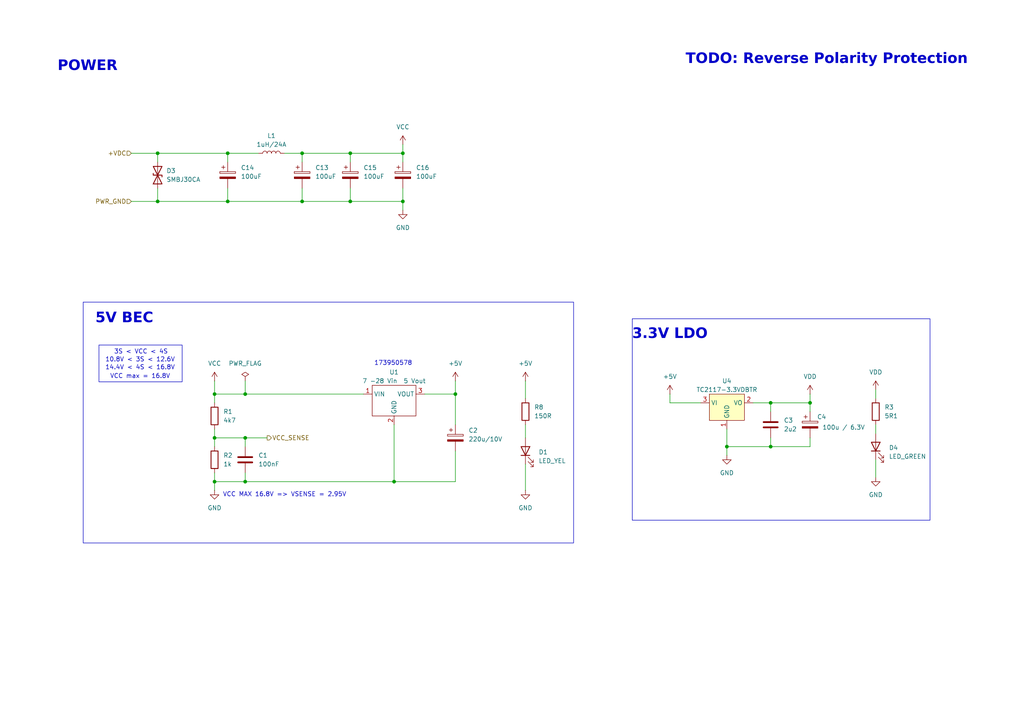
<source format=kicad_sch>
(kicad_sch (version 20231120) (generator "eeschema") (generator_version "8.0")
  (paper "A4")
  (title_block (title "TractionHub V1") (date "2024-05-22") (rev "0.1") (company "ProMez - David Mezler"))
  (lib_symbols
    (symbol "Device:C" (pin_numbers hide) (pin_names (offset 0.254))
      (property "Reference" "C" (at 0.635 2.54 0))
      (property "Value" "C" (at 0.635 -2.54 0))
      (symbol "C_0_1"
        (polyline (pts (xy -2.032 -0.762) (xy 2.032 -0.762)) (stroke (width 0.508)))
        (polyline (pts (xy -2.032 0.762) (xy 2.032 0.762)) (stroke (width 0.508)))
      )
      (symbol "C_1_1"
        (pin passive line (at 0 3.81 270) (length 2.794) (name "~") (number "1"))
        (pin passive line (at 0 -3.81 90) (length 2.794) (name "~") (number "2"))
      )
    )
    (symbol "Device:C_Polarized" (pin_numbers hide) (pin_names (offset 0.254))
      (property "Reference" "C" (at 0.635 2.54 0))
      (property "Value" "C_Polarized" (at 0.635 -2.54 0))
      (symbol "C_Polarized_0_1"
        (rectangle (start -2.286 0.508) (end 2.286 1.016))
        (polyline (pts (xy -1.778 2.286) (xy -0.762 2.286)))
        (polyline (pts (xy -1.27 2.794) (xy -1.27 1.778)))
        (rectangle (start 2.286 -0.508) (end -2.286 -1.016) (fill (type outline)))
      )
      (symbol "C_Polarized_1_1"
        (pin passive line (at 0 3.81 270) (length 2.794) (name "~") (number "1"))
        (pin passive line (at 0 -3.81 90) (length 2.794) (name "~") (number "2"))
      )
    )
    (symbol "Device:D_TVS" (pin_numbers hide) (pin_names (offset 1.016) hide)
      (property "Reference" "D" (at 0 2.54 0))
      (property "Value" "D_TVS" (at 0 -2.54 0))
      (symbol "D_TVS_0_1"
        (polyline (pts (xy 1.27 0) (xy -1.27 0)))
        (polyline (pts (xy 0.508 1.27) (xy 0 1.27) (xy 0 -1.27) (xy -0.508 -1.27)) (stroke (width 0.254)))
        (polyline (pts (xy -2.54 1.27) (xy -2.54 -1.27) (xy 2.54 1.27) (xy 2.54 -1.27) (xy -2.54 1.27)) (stroke (width 0.254)))
      )
      (symbol "D_TVS_1_1"
        (pin passive line (at -3.81 0 0) (length 2.54) (name "A1") (number "1"))
        (pin passive line (at 3.81 0 180) (length 2.54) (name "A2") (number "2"))
      )
    )
    (symbol "Device:L" (pin_numbers hide) (pin_names (offset 1.016) hide)
      (property "Reference" "L" (at -1.27 0 90))
      (property "Value" "L" (at 1.905 0 90))
      (symbol "L_0_1"
        (arc (start 0 -2.54) (mid 0.6323 -1.905) (end 0 -1.27))
        (arc (start 0 -1.27) (mid 0.6323 -0.635) (end 0 0))
        (arc (start 0 0) (mid 0.6323 0.635) (end 0 1.27))
        (arc (start 0 1.27) (mid 0.6323 1.905) (end 0 2.54))
      )
      (symbol "L_1_1"
        (pin passive line (at 0 3.81 270) (length 1.27) (name "1") (number "1"))
        (pin passive line (at 0 -3.81 90) (length 1.27) (name "2") (number "2"))
      )
    )
    (symbol "Device:LED" (pin_numbers hide) (pin_names (offset 1.016) hide)
      (property "Reference" "D" (at 0 2.54 0))
      (property "Value" "LED" (at 0 -2.54 0))
      (symbol "LED_0_1"
        (polyline (pts (xy -1.27 -1.27) (xy -1.27 1.27)) (stroke (width 0.254)))
        (polyline (pts (xy -1.27 0) (xy 1.27 0)))
        (polyline (pts (xy 1.27 -1.27) (xy 1.27 1.27) (xy -1.27 0) (xy 1.27 -1.27)) (stroke (width 0.254)))
        (polyline (pts (xy -3.048 -0.762) (xy -4.572 -2.286) (xy -3.81 -2.286) (xy -4.572 -2.286) (xy -4.572 -1.524)))
        (polyline (pts (xy -1.778 -0.762) (xy -3.302 -2.286) (xy -2.54 -2.286) (xy -3.302 -2.286) (xy -3.302 -1.524)))
      )
      (symbol "LED_1_1"
        (pin passive line (at -3.81 0 0) (length 2.54) (name "K") (number "1"))
        (pin passive line (at 3.81 0 180) (length 2.54) (name "A") (number "2"))
      )
    )
    (symbol "Device:R" (pin_numbers hide) (pin_names (offset 0))
      (property "Reference" "R" (at 2.032 0 90))
      (property "Value" "R" (at 0 0 90))
      (symbol "R_0_1"
        (rectangle (start -1.016 -2.54) (end 1.016 2.54) (stroke (width 0.254)))
      )
      (symbol "R_1_1"
        (pin passive line (at 0 3.81 270) (length 1.27) (name "~") (number "1"))
        (pin passive line (at 0 -3.81 90) (length 1.27) (name "~") (number "2"))
      )
    )
    (symbol "power:+5V" (power) (pin_numbers hide) (pin_names (offset 0) hide)
      (property "Value" "+5V" (at 0 3.556 0))
      (symbol "+5V_0_1"
        (polyline (pts (xy -0.762 1.27) (xy 0 2.54)))
        (polyline (pts (xy 0 0) (xy 0 2.54)))
        (polyline (pts (xy 0 2.54) (xy 0.762 1.27)))
      )
      (symbol "+5V_1_1"
        (pin power_in line (at 0 0 90) (length 0) (name "~") (number "1"))
      )
    )
    (symbol "power:GND" (power) (pin_numbers hide) (pin_names (offset 0) hide)
      (property "Value" "GND" (at 0 -3.81 0))
      (symbol "GND_0_1"
        (polyline (pts (xy 0 0) (xy 0 -1.27) (xy 1.27 -1.27) (xy 0 -2.54) (xy -1.27 -1.27) (xy 0 -1.27)))
      )
      (symbol "GND_1_1"
        (pin power_in line (at 0 0 270) (length 0) (name "~") (number "1"))
      )
    )
    (symbol "power:PWR_FLAG" (power) (pin_numbers hide) (pin_names (offset 0) hide)
      (property "Value" "PWR_FLAG" (at 0 3.81 0))
      (symbol "PWR_FLAG_0_0"
        (pin power_out line (at 0 0 90) (length 0) (name "~") (number "1"))
      )
      (symbol "PWR_FLAG_0_1"
        (polyline (pts (xy 0 0) (xy 0 1.27) (xy -1.016 1.905) (xy 0 2.54) (xy 1.016 1.905) (xy 0 1.27)))
      )
    )
    (symbol "power:VCC" (power) (pin_numbers hide) (pin_names (offset 0) hide)
      (property "Value" "VCC" (at 0 3.556 0))
      (symbol "VCC_0_1"
        (polyline (pts (xy -0.762 1.27) (xy 0 2.54)))
        (polyline (pts (xy 0 0) (xy 0 2.54)))
        (polyline (pts (xy 0 2.54) (xy 0.762 1.27)))
      )
      (symbol "VCC_1_1"
        (pin power_in line (at 0 0 90) (length 0) (name "~") (number "1"))
      )
    )
    (symbol "power:VDD" (power) (pin_numbers hide) (pin_names (offset 0) hide)
      (property "Value" "VDD" (at 0 3.556 0))
      (symbol "VDD_0_1"
        (polyline (pts (xy -0.762 1.27) (xy 0 2.54)))
        (polyline (pts (xy 0 0) (xy 0 2.54)))
        (polyline (pts (xy 0 2.54) (xy 0.762 1.27)))
      )
      (symbol "VDD_1_1"
        (pin power_in line (at 0 0 90) (length 0) (name "~") (number "1"))
      )
    )
    (symbol "traction_symbols:173950578"
      (property "Reference" "U1" (at 0 6.35 0))
      (property "Value" "7 -28 Vin  5 Vout" (at 0 3.81 0))
      (symbol "173950578_0_1"
        (polyline (pts (xy 0 -6.35) (xy 6.35 -6.35) (xy 6.35 0)))
        (polyline (pts (xy 0 -6.35) (xy -6.35 -6.35) (xy -6.35 0) (xy -6.35 2.54) (xy 6.35 2.54) (xy 6.35 0)))
      )
      (symbol "173950578_1_1"
        (pin input line (at -8.89 0 0) (length 2.54) (name "VIN") (number "1"))
        (pin input line (at 0 -8.89 90) (length 2.54) (name "GND") (number "2"))
        (pin power_in line (at 8.89 0 180) (length 2.54) (name "VOUT") (number "3"))
      )
    )
    (symbol "traction_symbols:TC2117"
      (property "Reference" "U4" (at 0 6.35 0))
      (property "Value" "TC2117-3.3VDBTR " (at 0 3.81 0))
      (symbol "TC2117_1_1"
        (rectangle (start -5.08 2.54) (end 5.08 -5.08) (fill (type background)))
        (pin input line (at 0 -7.62 90) (length 2.54) (name "GND") (number "1"))
        (pin power_in line (at 7.62 0 180) (length 2.54) (name "VO") (number "2"))
        (pin power_in line (at -7.62 0 0) (length 2.54) (name "VI") (number "3"))
      )
    )
  )
  (junction (at 62.23 139.7))
  (junction (at 87.63 44.45))
  (junction (at 62.23 127))
  (junction (at 62.23 114.3))
  (junction (at 223.52 129.54))
  (junction (at 210.82 129.54))
  (junction (at 132.08 114.3))
  (junction (at 101.6 44.45))
  (junction (at 71.12 139.7))
  (junction (at 87.63 58.42))
  (junction (at 116.84 44.45))
  (junction (at 116.84 58.42))
  (junction (at 234.95 116.84))
  (junction (at 101.6 58.42))
  (junction (at 45.72 58.42))
  (junction (at 223.52 116.84))
  (junction (at 71.12 114.3))
  (junction (at 66.04 58.42))
  (junction (at 45.72 44.45))
  (junction (at 114.3 139.7))
  (junction (at 66.04 44.45))
  (junction (at 71.12 127))
  (wire (pts (xy 210.82 129.54) (xy 210.82 132.08)))
  (wire (pts (xy 223.52 116.84) (xy 234.95 116.84)))
  (wire (pts (xy 116.84 58.42) (xy 101.6 58.42)))
  (wire (pts (xy 194.31 114.3) (xy 194.31 116.84)))
  (wire (pts (xy 62.23 114.3) (xy 71.12 114.3)))
  (wire (pts (xy 152.4 110.49) (xy 152.4 115.57)))
  (wire (pts (xy 66.04 44.45) (xy 74.93 44.45)))
  (wire (pts (xy 234.95 116.84) (xy 234.95 119.38)))
  (wire (pts (xy 66.04 44.45) (xy 66.04 46.99)))
  (wire (pts (xy 45.72 58.42) (xy 38.1 58.42)))
  (wire (pts (xy 71.12 114.3) (xy 105.41 114.3)))
  (wire (pts (xy 223.52 129.54) (xy 234.95 129.54)))
  (wire (pts (xy 254 123.19) (xy 254 125.73)))
  (wire (pts (xy 132.08 114.3) (xy 132.08 123.19)))
  (wire (pts (xy 62.23 127) (xy 62.23 129.54)))
  (wire (pts (xy 87.63 44.45) (xy 82.55 44.45)))
  (wire (pts (xy 87.63 46.99) (xy 87.63 44.45)))
  (wire (pts (xy 116.84 41.91) (xy 116.84 44.45)))
  (wire (pts (xy 62.23 114.3) (xy 62.23 116.84)))
  (wire (pts (xy 210.82 129.54) (xy 223.52 129.54)))
  (wire (pts (xy 71.12 127) (xy 77.47 127)))
  (wire (pts (xy 45.72 44.45) (xy 45.72 46.99)))
  (wire (pts (xy 62.23 110.49) (xy 62.23 114.3)))
  (wire (pts (xy 66.04 58.42) (xy 66.04 54.61)))
  (wire (pts (xy 45.72 54.61) (xy 45.72 58.42)))
  (wire (pts (xy 223.52 116.84) (xy 223.52 119.38)))
  (wire (pts (xy 132.08 130.81) (xy 132.08 139.7)))
  (wire (pts (xy 66.04 58.42) (xy 87.63 58.42)))
  (wire (pts (xy 254 113.03) (xy 254 115.57)))
  (wire (pts (xy 116.84 58.42) (xy 116.84 60.96)))
  (wire (pts (xy 62.23 139.7) (xy 71.12 139.7)))
  (wire (pts (xy 71.12 139.7) (xy 114.3 139.7)))
  (wire (pts (xy 194.31 116.84) (xy 203.2 116.84)))
  (wire (pts (xy 62.23 137.16) (xy 62.23 139.7)))
  (wire (pts (xy 223.52 127) (xy 223.52 129.54)))
  (wire (pts (xy 71.12 137.16) (xy 71.12 139.7)))
  (wire (pts (xy 45.72 44.45) (xy 66.04 44.45)))
  (wire (pts (xy 234.95 129.54) (xy 234.95 127)))
  (wire (pts (xy 254 133.35) (xy 254 138.43)))
  (wire (pts (xy 114.3 139.7) (xy 114.3 123.19)))
  (wire (pts (xy 218.44 116.84) (xy 223.52 116.84)))
  (wire (pts (xy 132.08 114.3) (xy 132.08 110.49)))
  (wire (pts (xy 123.19 114.3) (xy 132.08 114.3)))
  (wire (pts (xy 152.4 123.19) (xy 152.4 127)))
  (wire (pts (xy 116.84 54.61) (xy 116.84 58.42)))
  (wire (pts (xy 62.23 139.7) (xy 62.23 142.24)))
  (wire (pts (xy 116.84 44.45) (xy 116.84 46.99)))
  (wire (pts (xy 62.23 127) (xy 71.12 127)))
  (wire (pts (xy 101.6 44.45) (xy 101.6 46.99)))
  (wire (pts (xy 71.12 110.49) (xy 71.12 114.3)))
  (wire (pts (xy 101.6 58.42) (xy 87.63 58.42)))
  (wire (pts (xy 132.08 139.7) (xy 114.3 139.7)))
  (wire (pts (xy 101.6 44.45) (xy 116.84 44.45)))
  (wire (pts (xy 234.95 116.84) (xy 234.95 114.3)))
  (wire (pts (xy 87.63 44.45) (xy 101.6 44.45)))
  (wire (pts (xy 45.72 58.42) (xy 66.04 58.42)))
  (wire (pts (xy 71.12 129.54) (xy 71.12 127)))
  (wire (pts (xy 101.6 54.61) (xy 101.6 58.42)))
  (wire (pts (xy 152.4 134.62) (xy 152.4 142.24)))
  (wire (pts (xy 38.1 44.45) (xy 45.72 44.45)))
  (wire (pts (xy 62.23 124.46) (xy 62.23 127)))
  (wire (pts (xy 87.63 58.42) (xy 87.63 54.61)))
  (wire (pts (xy 210.82 124.46) (xy 210.82 129.54)))
  (rectangle (start 24.13 87.63) (end 166.37 157.48))
  (rectangle (start 183.388 92.456) (end 269.748 150.876))
  (rectangle (start 28.702 100.076) (end 52.832 110.744))
  (text "5V BEC" (exclude_from_sim yes) (at 36.068 93.218 0) (effects (font (size 3 3) (thickness 0.254) (bold yes))))
  (text "POWER" (exclude_from_sim yes) (at 25.4 20.066 0) (effects (font (size 3 3) (thickness 0.254) (bold yes))))
  (text "3S < VCC < 4S" (exclude_from_sim yes) (at 40.894 102.108 0) (effects (font (size 1.27 1.27))))
  (text "TODO: Reverse Polarity Protection" (at 239.776 18.034 0) (effects (font (size 3 3))))
  (text "14.4V < 4S < 16.8V" (exclude_from_sim yes) (at 40.64 106.68 0) (effects (font (size 1.27 1.27))))
  (text "10.8V < 3S < 12.6V" (exclude_from_sim yes) (at 40.64 104.394 0) (effects (font (size 1.27 1.27))))
  (text "VCC MAX 16.8V => VSENSE = 2.95V" (exclude_from_sim yes) (at 82.55 143.51 0) (effects (font (size 1.27 1.27))))
  (text "VCC max = 16.8V" (exclude_from_sim yes) (at 40.64 109.22 0) (effects (font (size 1.27 1.27))))
  (text "3.3V LDO" (exclude_from_sim yes) (at 194.31 97.79 0) (effects (font (size 3 3) (thickness 0.254) (bold yes))))
  (text "173950578" (exclude_from_sim yes) (at 114.046 105.41 0) (effects (font (size 1.27 1.27))))
  (hierarchical_label "+VDC" (shape input) (at 38.1 44.45 180))
  (hierarchical_label "VCC_SENSE" (shape output) (at 77.47 127 0))
  (hierarchical_label "PWR_GND" (shape input) (at 38.1 58.42 180))
  (symbol (lib_id "power:GND") (at 116.84 60.96 0) (unit 1)
    (property "Reference" "#PWR021" (effects (hide yes)))
    (property "Value" "GND" (at 116.84 66.04 0))
    (property "Description" "Power symbol creates a global label with name \"GND\" , ground" (effects (hide yes)))
  )
  (symbol (lib_id "traction_symbols:TC2117") (at 210.82 116.84 0) (unit 1)
    (property "Reference" "U4" (at 210.82 110.49 0))
    (property "Value" "TC2117-3.3VDBTR" (at 210.82 113.03 0))
    (property "Footprint" "Package_TO_SOT_SMD:SOT-223-3_TabPin2" (effects (hide yes)))
    (property "Datasheet" "https://www.mouser.de/datasheet/2/268/21665D-3441980.pdf" (effects (hide yes)))
  )
  (symbol (lib_id "power:GND") (at 254 138.43 0) (unit 1)
    (property "Reference" "#PWR024" (effects (hide yes)))
    (property "Value" "GND" (at 254 143.51 0))
    (property "Description" "Power symbol creates a global label with name \"GND\" , ground" (effects (hide yes)))
  )
  (symbol (lib_id "Device:R") (at 152.4 119.38 0) (unit 1)
    (property "Reference" "R8" (at 154.94 118.1099 0) (effects (justify left)))
    (property "Value" "150R" (at 154.94 120.6499 0) (effects (justify left)))
    (property "Footprint" "Resistor_SMD:R_0603_1608Metric" (effects (hide yes)))
    (property "Description" "Resistor" (effects (hide yes)))
  )
  (symbol (lib_id "Device:R") (at 254 119.38 0) (unit 1)
    (property "Reference" "R3" (at 256.54 118.1099 0) (effects (justify left)))
    (property "Value" "5R1" (at 256.54 120.6499 0) (effects (justify left)))
    (property "Footprint" "Resistor_SMD:R_0603_1608Metric" (effects (hide yes)))
    (property "Description" "Resistor" (effects (hide yes)))
  )
  (symbol (lib_id "Device:C_Polarized") (at 116.84 50.8 0) (unit 1)
    (property "Reference" "C16" (at 120.65 48.6409 0) (effects (justify left)))
    (property "Value" "100uF" (at 120.65 51.1809 0) (effects (justify left)))
    (property "Footprint" "tractions_symbols:865080545012" (effects (hide yes)))
    (property "Datasheet" "https://www.we-online.com/components/products/datasheet/865080545012.pdf" (effects (hide yes)))
    (property "Description" "Polarized capacitor" (effects (hide yes)))
  )
  (symbol (lib_id "power:VDD") (at 234.95 114.3 0) (unit 1)
    (property "Reference" "#PWR06" (effects (hide yes)))
    (property "Value" "VDD" (at 234.95 109.22 0))
    (property "Description" "Power symbol creates a global label with name \"VDD\"" (effects (hide yes)))
  )
  (symbol (lib_id "Device:D_TVS") (at 45.72 50.8 90) (unit 1)
    (property "Reference" "D3" (at 48.26 49.5299 90) (effects (justify right)))
    (property "Value" "SMBJ30CA" (at 48.26 52.0699 90) (effects (justify right)))
    (property "Footprint" "tractions_symbols:SMBJ33CA-824521331" (effects (hide yes)))
    (property "Datasheet" "https://www.we-online.com/components/products/datasheet/824521331.pdf" (effects (hide yes)))
    (property "Description" "Bidirectional transient-voltage-suppression diode" (effects (hide yes)))
  )
  (symbol (lib_id "Device:R") (at 62.23 133.35 0) (unit 1)
    (property "Reference" "R2" (at 64.77 132.0799 0) (effects (justify left)))
    (property "Value" "1k" (at 64.77 134.6199 0) (effects (justify left)))
    (property "Footprint" "Resistor_SMD:R_0603_1608Metric" (effects (hide yes)))
    (property "Description" "Resistor" (effects (hide yes)))
  )
  (symbol (lib_id "Device:C_Polarized") (at 132.08 127 0) (unit 1)
    (property "Reference" "C2" (at 135.89 124.8409 0) (effects (justify left)))
    (property "Value" "220u/10V" (at 135.89 127.3809 0) (effects (justify left)))
    (property "Footprint" "tractions_symbols:865080545012" (effects (hide yes)))
    (property "Datasheet" "https://www.we-online.com/components/products/datasheet/875105244013.pdf" (effects (hide yes)))
    (property "Description" "Polarized capacitor" (effects (hide yes)))
  )
  (symbol (lib_id "Device:R") (at 62.23 120.65 0) (unit 1)
    (property "Reference" "R1" (at 64.77 119.3799 0) (effects (justify left)))
    (property "Value" "4k7" (at 64.77 121.9199 0) (effects (justify left)))
    (property "Footprint" "Resistor_SMD:R_0603_1608Metric" (effects (hide yes)))
    (property "Description" "Resistor" (effects (hide yes)))
  )
  (symbol (lib_id "power:+5V") (at 152.4 110.49 0) (unit 1)
    (property "Reference" "#PWR03" (effects (hide yes)))
    (property "Value" "+5V" (at 152.4 105.41 0))
    (property "Description" "Power symbol creates a global label with name \"+5V\"" (effects (hide yes)))
  )
  (symbol (lib_id "Device:C_Polarized") (at 234.95 123.19 0) (unit 1)
    (property "Reference" "C4" (at 236.982 120.904 0) (effects (justify left)))
    (property "Value" "100u / 6.3V" (at 238.506 123.952 0) (effects (justify left)))
    (property "Footprint" "tractions_symbols:865080142007" (effects (hide yes)))
    (property "Datasheet" "https://www.we-online.com/components/products/datasheet/865080142007.pdf" (effects (hide yes)))
    (property "Description" "Polarized capacitor" (effects (hide yes)))
  )
  (symbol (lib_id "Device:L") (at 78.74 44.45 90) (unit 1)
    (property "Reference" "L1" (at 78.74 39.37 90))
    (property "Value" "1uH/24A" (at 78.74 41.91 90))
    (property "Footprint" "tractions_symbols:7443320100" (effects (hide yes)))
    (property "Datasheet" "https://www.we-online.com/components/products/datasheet/7443320100.pdf" (effects (hide yes)))
    (property "Description" "Inductor" (effects (hide yes)))
  )
  (symbol (lib_id "power:+5V") (at 132.08 110.49 0) (unit 1)
    (property "Reference" "#PWR04" (effects (hide yes)))
    (property "Value" "+5V" (at 132.08 105.41 0))
    (property "Description" "Power symbol creates a global label with name \"+5V\"" (effects (hide yes)))
  )
  (symbol (lib_id "power:VDD") (at 254 113.03 0) (unit 1)
    (property "Reference" "#PWR025" (effects (hide yes)))
    (property "Value" "VDD" (at 254 107.95 0))
    (property "Description" "Power symbol creates a global label with name \"VDD\"" (effects (hide yes)))
  )
  (symbol (lib_id "Device:C") (at 223.52 123.19 0) (unit 1)
    (property "Reference" "C3" (at 227.33 121.9199 0) (effects (justify left)))
    (property "Value" "2u2" (at 227.33 124.4599 0) (effects (justify left)))
    (property "Footprint" "Capacitor_SMD:C_0603_1608Metric" (effects (hide yes)))
    (property "Description" "Unpolarized capacitor" (effects (hide yes)))
  )
  (symbol (lib_id "Device:LED") (at 254 129.54 90) (unit 1)
    (property "Reference" "D4" (at 257.81 129.8574 90) (effects (justify right)))
    (property "Value" "LED_GREEN" (at 257.81 132.3974 90) (effects (justify right)))
    (property "Footprint" "LED_SMD:LED_0603_1608Metric" (effects (hide yes)))
    (property "Datasheet" "https://www.we-online.com/components/products/datasheet/150060GS55040.pdf" (effects (hide yes)))
    (property "Description" "Light emitting diode" (effects (hide yes)))
  )
  (symbol (lib_id "power:VCC") (at 62.23 110.49 0) (unit 1)
    (property "Reference" "#PWR01" (effects (hide yes)))
    (property "Value" "VCC" (at 62.23 105.41 0))
    (property "Description" "Power symbol creates a global label with name \"VCC\"" (effects (hide yes)))
  )
  (symbol (lib_id "power:GND") (at 152.4 142.24 0) (unit 1)
    (property "Reference" "#PWR023" (effects (hide yes)))
    (property "Value" "GND" (at 152.4 147.32 0))
    (property "Description" "Power symbol creates a global label with name \"GND\" , ground" (effects (hide yes)))
  )
  (symbol (lib_id "Device:C_Polarized") (at 66.04 50.8 0) (unit 1)
    (property "Reference" "C14" (at 69.85 48.6409 0) (effects (justify left)))
    (property "Value" "100uF" (at 69.85 51.1809 0) (effects (justify left)))
    (property "Footprint" "tractions_symbols:865080545012" (effects (hide yes)))
    (property "Datasheet" "https://www.we-online.com/components/products/datasheet/865080545012.pdf" (effects (hide yes)))
    (property "Description" "Polarized capacitor" (effects (hide yes)))
  )
  (symbol (lib_id "Device:C_Polarized") (at 101.6 50.8 0) (unit 1)
    (property "Reference" "C15" (at 105.41 48.6409 0) (effects (justify left)))
    (property "Value" "100uF" (at 105.41 51.1809 0) (effects (justify left)))
    (property "Footprint" "tractions_symbols:865080545012" (effects (hide yes)))
    (property "Datasheet" "https://www.we-online.com/components/products/datasheet/865080545012.pdf" (effects (hide yes)))
    (property "Description" "Polarized capacitor" (effects (hide yes)))
  )
  (symbol (lib_id "power:PWR_FLAG") (at 71.12 110.49 0) (unit 1)
    (property "Reference" "#FLG02" (effects (hide yes)))
    (property "Value" "PWR_FLAG" (at 71.12 105.41 0))
    (property "Description" "Special symbol for telling ERC where power comes from" (effects (hide yes)))
  )
  (symbol (lib_id "power:GND") (at 210.82 132.08 0) (unit 1)
    (property "Reference" "#PWR07" (effects (hide yes)))
    (property "Value" "GND" (at 210.82 137.16 0))
    (property "Description" "Power symbol creates a global label with name \"GND\" , ground" (effects (hide yes)))
  )
  (symbol (lib_id "Device:LED") (at 152.4 130.81 90) (unit 1)
    (property "Reference" "D1" (at 156.21 131.1274 90) (effects (justify right)))
    (property "Value" "LED_YEL" (at 156.21 133.6674 90) (effects (justify right)))
    (property "Footprint" "LED_SMD:LED_0603_1608Metric" (effects (hide yes)))
    (property "Datasheet" "https://www.we-online.com/components/products/datasheet/150060YS55040.pdf" (effects (hide yes)))
    (property "Description" "Light emitting diode" (effects (hide yes)))
  )
  (symbol (lib_id "Device:C") (at 71.12 133.35 0) (unit 1)
    (property "Reference" "C1" (at 74.93 132.0799 0) (effects (justify left)))
    (property "Value" "100nF" (at 74.93 134.6199 0) (effects (justify left)))
    (property "Footprint" "Capacitor_SMD:C_0603_1608Metric" (effects (hide yes)))
    (property "Description" "Unpolarized capacitor" (effects (hide yes)))
  )
  (symbol (lib_id "Device:C_Polarized") (at 87.63 50.8 0) (unit 1)
    (property "Reference" "C13" (at 91.44 48.6409 0) (effects (justify left)))
    (property "Value" "100uF" (at 91.44 51.1809 0) (effects (justify left)))
    (property "Footprint" "tractions_symbols:865080545012" (effects (hide yes)))
    (property "Datasheet" "https://www.we-online.com/components/products/datasheet/865080545012.pdf" (effects (hide yes)))
    (property "Description" "Polarized capacitor" (effects (hide yes)))
  )
  (symbol (lib_id "traction_symbols:173950578") (at 114.3 114.3 0) (unit 1)
    (property "Reference" "U1" (at 114.3 107.95 0))
    (property "Value" "7 -28 Vin  5 Vout" (at 114.3 110.49 0))
    (property "Footprint" "tractions_symbols:173950578" (effects (hide yes)))
    (property "Datasheet" "https://www.we-online.com/components/products/datasheet/173950578.pdf" (effects (hide yes)))
  )
  (symbol (lib_id "power:GND") (at 62.23 142.24 0) (unit 1)
    (property "Reference" "#PWR02" (effects (hide yes)))
    (property "Value" "GND" (at 62.23 147.32 0))
    (property "Description" "Power symbol creates a global label with name \"GND\" , ground" (effects (hide yes)))
  )
  (symbol (lib_id "power:+5V") (at 194.31 114.3 0) (unit 1)
    (property "Reference" "#PWR05" (effects (hide yes)))
    (property "Value" "+5V" (at 194.31 109.22 0))
    (property "Description" "Power symbol creates a global label with name \"+5V\"" (effects (hide yes)))
  )
  (symbol (lib_id "power:VCC") (at 116.84 41.91 0) (unit 1)
    (property "Reference" "#PWR022" (effects (hide yes)))
    (property "Value" "VCC" (at 116.84 36.83 0))
    (property "Description" "Power symbol creates a global label with name \"VCC\"" (effects (hide yes)))
  )
)
</source>
